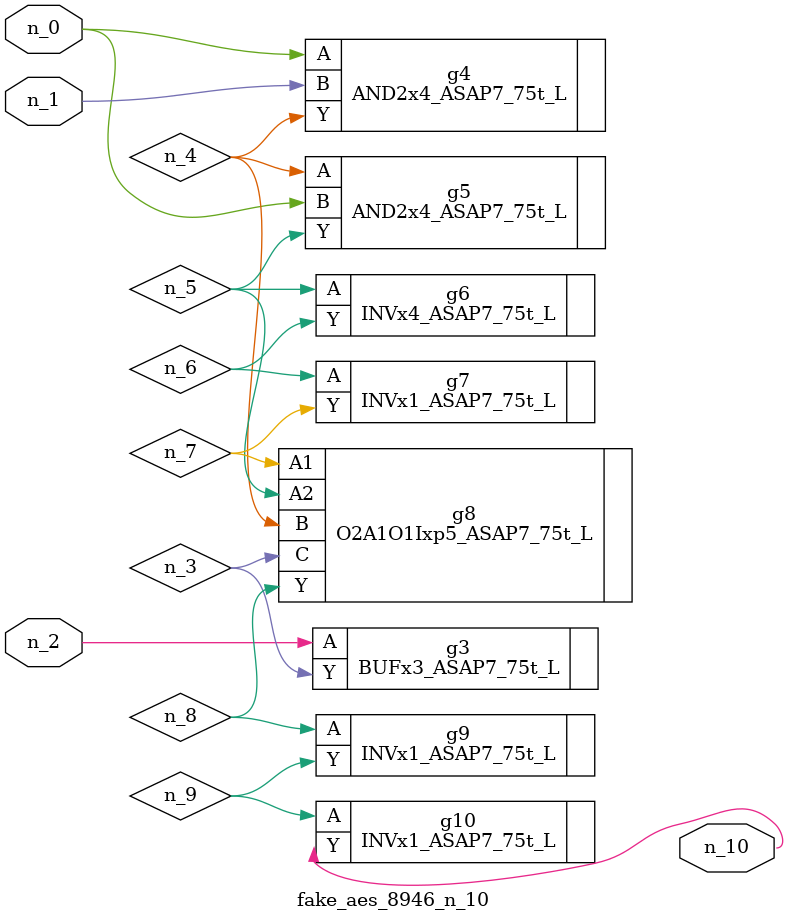
<source format=v>
module fake_aes_8946_n_10 (n_1, n_2, n_0, n_10);
input n_1;
input n_2;
input n_0;
output n_10;
wire n_6;
wire n_4;
wire n_3;
wire n_9;
wire n_5;
wire n_7;
wire n_8;
BUFx3_ASAP7_75t_L g3 ( .A(n_2), .Y(n_3) );
AND2x4_ASAP7_75t_L g4 ( .A(n_0), .B(n_1), .Y(n_4) );
AND2x4_ASAP7_75t_L g5 ( .A(n_4), .B(n_0), .Y(n_5) );
INVx4_ASAP7_75t_L g6 ( .A(n_5), .Y(n_6) );
INVx1_ASAP7_75t_L g7 ( .A(n_6), .Y(n_7) );
O2A1O1Ixp5_ASAP7_75t_L g8 ( .A1(n_7), .A2(n_5), .B(n_4), .C(n_3), .Y(n_8) );
INVx1_ASAP7_75t_L g9 ( .A(n_8), .Y(n_9) );
INVx1_ASAP7_75t_L g10 ( .A(n_9), .Y(n_10) );
endmodule
</source>
